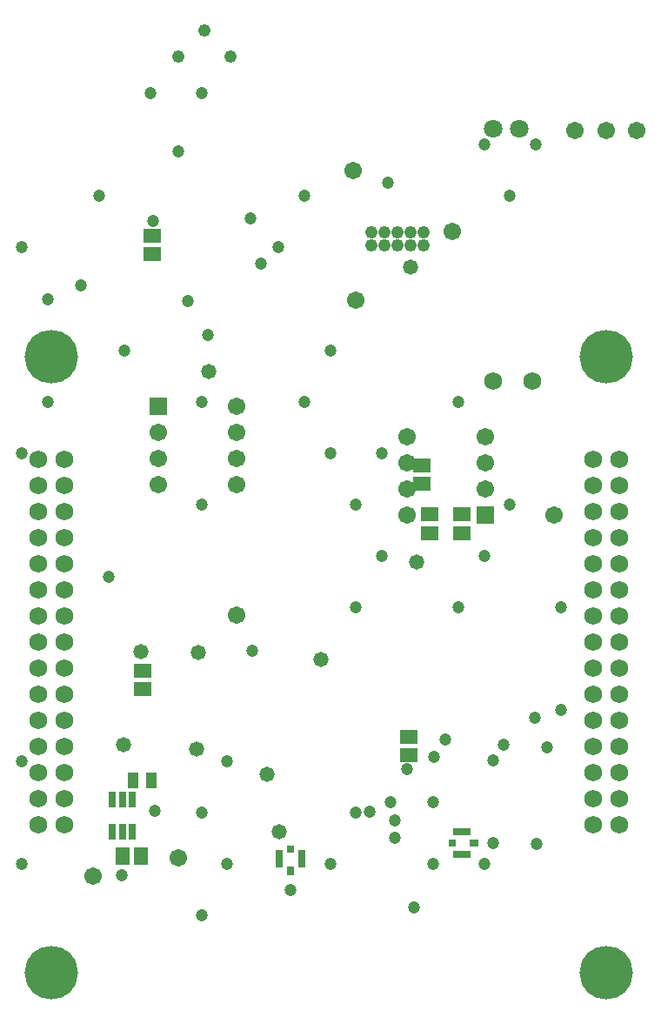
<source format=gbr>
G04 Layer_Color=16711935*
%FSLAX26Y26*%
%MOIN*%
%TF.FileFunction,Soldermask,Bot*%
%TF.Part,Single*%
G01*
G75*
%TA.AperFunction,ComponentPad*%
%ADD36C,0.068000*%
%TA.AperFunction,SMDPad,CuDef*%
%ADD62R,0.041465X0.059181*%
%ADD63R,0.065087X0.053276*%
%ADD68R,0.053276X0.065087*%
%TA.AperFunction,ComponentPad*%
%ADD74R,0.067055X0.067055*%
%ADD75C,0.067055*%
%ADD76C,0.048000*%
%TA.AperFunction,ViaPad*%
%ADD77C,0.204850*%
%TA.AperFunction,ComponentPad*%
%ADD78C,0.070992*%
%TA.AperFunction,ViaPad*%
%ADD79C,0.058000*%
%ADD80C,0.047370*%
%TA.AperFunction,SMDPad,CuDef*%
%ADD85R,0.031622X0.067055*%
%ADD86R,0.027685X0.027685*%
%ADD87R,0.027685X0.037528*%
%ADD88R,0.067055X0.031622*%
%ADD89R,0.027685X0.027685*%
%ADD90R,0.037528X0.027685*%
%ADD91R,0.029654X0.063118*%
D36*
X366536Y-543900D02*
D03*
X516142D02*
D03*
X-1277520Y-2244018D02*
D03*
Y-2144018D02*
D03*
Y-2044018D02*
D03*
Y-1944018D02*
D03*
Y-1844018D02*
D03*
Y-1744018D02*
D03*
Y-1644018D02*
D03*
Y-1544018D02*
D03*
Y-1444018D02*
D03*
Y-1344018D02*
D03*
Y-1244018D02*
D03*
Y-1144018D02*
D03*
Y-1044018D02*
D03*
Y-944018D02*
D03*
Y-844018D02*
D03*
X-1377520Y-2244018D02*
D03*
Y-2144018D02*
D03*
Y-2044018D02*
D03*
Y-1944018D02*
D03*
Y-1844018D02*
D03*
Y-1744018D02*
D03*
Y-1644018D02*
D03*
Y-1544018D02*
D03*
Y-1444018D02*
D03*
Y-1344018D02*
D03*
Y-1244018D02*
D03*
Y-1144018D02*
D03*
Y-1044018D02*
D03*
Y-944018D02*
D03*
Y-844018D02*
D03*
X748464D02*
D03*
Y-944018D02*
D03*
Y-1044018D02*
D03*
Y-1144018D02*
D03*
Y-1244018D02*
D03*
Y-1344018D02*
D03*
Y-1444018D02*
D03*
Y-1544018D02*
D03*
Y-1644018D02*
D03*
Y-1744018D02*
D03*
Y-1844018D02*
D03*
Y-1944018D02*
D03*
Y-2044018D02*
D03*
Y-2144018D02*
D03*
Y-2244018D02*
D03*
X848464Y-844018D02*
D03*
Y-944018D02*
D03*
Y-1044018D02*
D03*
Y-1144018D02*
D03*
Y-1244018D02*
D03*
Y-1344018D02*
D03*
Y-1444018D02*
D03*
Y-1544018D02*
D03*
Y-1644018D02*
D03*
Y-1744018D02*
D03*
Y-1844018D02*
D03*
Y-1944018D02*
D03*
Y-2044018D02*
D03*
Y-2144018D02*
D03*
Y-2244018D02*
D03*
D62*
X-1012904Y-2075152D02*
D03*
X-945976D02*
D03*
D63*
X-978999Y-1725434D02*
D03*
Y-1654568D02*
D03*
X121582Y-1056728D02*
D03*
Y-1127594D02*
D03*
X90716Y-868160D02*
D03*
Y-939026D02*
D03*
X246582Y-1127594D02*
D03*
Y-1056726D02*
D03*
X-940000Y-59434D02*
D03*
Y11432D02*
D03*
X43694Y-1908772D02*
D03*
Y-1979638D02*
D03*
D68*
X-984008Y-2365152D02*
D03*
X-1054874D02*
D03*
D74*
X-919000Y-643002D02*
D03*
X335716Y-1057592D02*
D03*
D75*
X-919000Y-743002D02*
D03*
Y-843002D02*
D03*
Y-943002D02*
D03*
X-619000Y-643002D02*
D03*
Y-743002D02*
D03*
Y-843002D02*
D03*
Y-943002D02*
D03*
X335716Y-957592D02*
D03*
Y-857592D02*
D03*
Y-757592D02*
D03*
X35716Y-1057592D02*
D03*
Y-957592D02*
D03*
Y-857592D02*
D03*
Y-757592D02*
D03*
X-162000Y-235002D02*
D03*
X-618999Y-1440999D02*
D03*
X209000Y26998D02*
D03*
X-841536Y-2372522D02*
D03*
X916574Y415824D02*
D03*
X798464D02*
D03*
X680354D02*
D03*
X-1166536Y-2442522D02*
D03*
X-170000Y260998D02*
D03*
X598464Y-1057522D02*
D03*
D76*
X-100000Y-25000D02*
D03*
Y25000D02*
D03*
X-50000Y-25000D02*
D03*
Y25000D02*
D03*
X0Y-25000D02*
D03*
Y25000D02*
D03*
X50000Y-25000D02*
D03*
Y25000D02*
D03*
X100000Y-25000D02*
D03*
Y25000D02*
D03*
X-741000Y798998D02*
D03*
X-641000Y698998D02*
D03*
X-841000D02*
D03*
D77*
X798464Y-450316D02*
D03*
X-1327520D02*
D03*
X798464Y-2812522D02*
D03*
X-1327520D02*
D03*
D78*
X367000Y419998D02*
D03*
X467000D02*
D03*
D79*
X-986000Y-1582000D02*
D03*
X-1050000Y-1940000D02*
D03*
X-500110Y-2050112D02*
D03*
X-770000Y-1955000D02*
D03*
X-453308Y-2271112D02*
D03*
X-293306Y-1612206D02*
D03*
X-723000Y-507002D02*
D03*
X-764110Y-1584410D02*
D03*
X50000Y-107040D02*
D03*
X73000Y-1240000D02*
D03*
D80*
X140000Y-1985000D02*
D03*
X-10000Y-2295000D02*
D03*
X365000Y-2315000D02*
D03*
X528228Y360354D02*
D03*
X626654Y-1411299D02*
D03*
Y-1805000D02*
D03*
X331378Y360354D02*
D03*
X429803Y163504D02*
D03*
Y-1017598D02*
D03*
X331378Y-1214449D02*
D03*
Y-2395551D02*
D03*
X232953Y-623898D02*
D03*
Y-1411299D02*
D03*
X134528Y-2395551D02*
D03*
X-62323Y-820748D02*
D03*
Y-1214449D02*
D03*
X-259173Y-427047D02*
D03*
Y-820748D02*
D03*
X-160748Y-1017598D02*
D03*
Y-1411299D02*
D03*
Y-2198701D02*
D03*
X-259173Y-2395551D02*
D03*
X-357598Y163504D02*
D03*
X-456024Y-33346D02*
D03*
X-357598Y-623898D02*
D03*
X-652874Y-2001850D02*
D03*
Y-2395551D02*
D03*
X-751299Y557205D02*
D03*
Y-623898D02*
D03*
Y-1017598D02*
D03*
Y-2198701D02*
D03*
Y-2592402D02*
D03*
X-948150Y557205D02*
D03*
X-1046575Y-427047D02*
D03*
X-1145000Y163504D02*
D03*
X-1440276Y-33346D02*
D03*
X-1341850Y-230197D02*
D03*
Y-623898D02*
D03*
X-1440276Y-820748D02*
D03*
Y-2001850D02*
D03*
Y-2395551D02*
D03*
X-410000Y-2495000D02*
D03*
X525000Y-1835000D02*
D03*
X-10000Y-2230000D02*
D03*
X405000Y-1940000D02*
D03*
X365000Y-2000000D02*
D03*
X-929518Y-2191042D02*
D03*
X-37494Y214998D02*
D03*
X-803000Y-238002D02*
D03*
X-840000Y334998D02*
D03*
X-1215000Y-180002D02*
D03*
X571694Y-1947206D02*
D03*
X34836Y-2031206D02*
D03*
X-558416Y-1577316D02*
D03*
X-525110Y-93892D02*
D03*
X-1106416Y-1295316D02*
D03*
X-936536Y67478D02*
D03*
X-726536Y-367522D02*
D03*
X-1056536Y-2437522D02*
D03*
X183464Y-1917522D02*
D03*
X533464Y-2317522D02*
D03*
X63464Y-2562522D02*
D03*
X-28308Y-2158978D02*
D03*
X-107048Y-2194412D02*
D03*
X137046Y-2158978D02*
D03*
X-564000Y77000D02*
D03*
D85*
X-366692Y-2375000D02*
D03*
X-453308D02*
D03*
D86*
X-410000Y-2339566D02*
D03*
D87*
Y-2422244D02*
D03*
D88*
X245000Y-2271692D02*
D03*
Y-2358308D02*
D03*
D89*
X209566Y-2315000D02*
D03*
D90*
X292244D02*
D03*
D91*
X-1093142Y-2272048D02*
D03*
X-1055740D02*
D03*
X-1018338D02*
D03*
Y-2148034D02*
D03*
X-1055740D02*
D03*
X-1093142D02*
D03*
%TF.MD5,9bdd662f1c516a57080064756798fc3b*%
M02*

</source>
